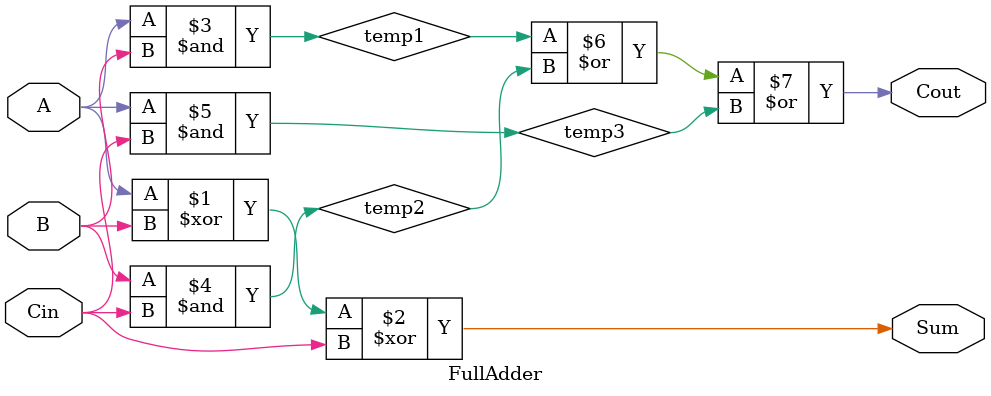
<source format=v>
`timescale 1ns / 1ps
module FullAdder(
    input A,
    input B,
    input Cin,
    output Cout,
    output Sum
    );
	 
	 wire temp1,temp2,temp3;
	 
	 xor(Sum,A,B,Cin);
	 and(temp1,A,B);
	 and(temp2,B,Cin);
	 and(temp3,A,Cin);
	 or(Cout,temp1,temp2,temp3);


endmodule

</source>
